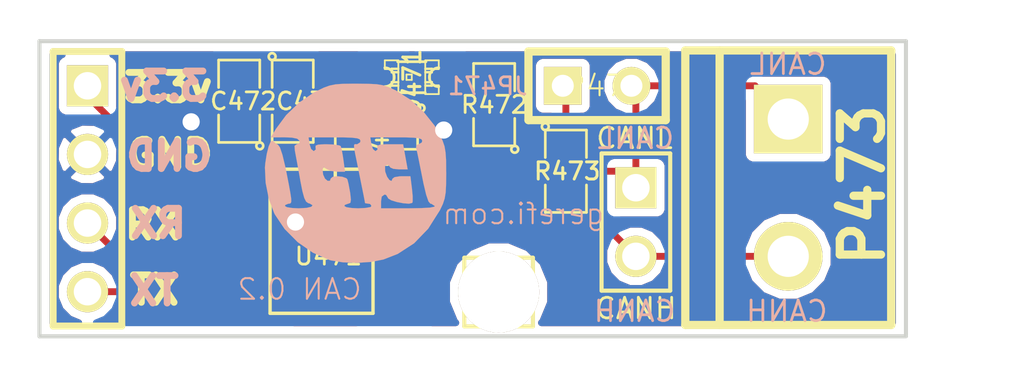
<source format=kicad_pcb>
(kicad_pcb (version 3) (host pcbnew "(2013-07-07 BZR 4022)-stable")

  (general
    (links 20)
    (no_connects 0)
    (area 133.1722 176.3141 171.196001 190.754001)
    (thickness 1.6)
    (drawings 21)
    (tracks 74)
    (zones 0)
    (modules 13)
    (nets 12)
  )

  (page A4)
  (title_block 
    (comment 2 Art_Electro)
    (comment 3 Art_Electro)
    (comment 4 Art_Electro)
  )

  (layers
    (15 F.Cu signal)
    (0 B.Cu signal)
    (16 B.Adhes user)
    (17 F.Adhes user)
    (18 B.Paste user)
    (19 F.Paste user)
    (20 B.SilkS user)
    (21 F.SilkS user)
    (22 B.Mask user)
    (23 F.Mask user)
    (24 Dwgs.User user)
    (25 Cmts.User user)
    (26 Eco1.User user)
    (27 Eco2.User user)
    (28 Edge.Cuts user)
  )

  (setup
    (last_trace_width 0.254)
    (trace_clearance 0.2032)
    (zone_clearance 0.3)
    (zone_45_only no)
    (trace_min 0.254)
    (segment_width 0.2)
    (edge_width 0.15)
    (via_size 0.889)
    (via_drill 0.635)
    (via_min_size 0.889)
    (via_min_drill 0.508)
    (uvia_size 0.508)
    (uvia_drill 0.127)
    (uvias_allowed no)
    (uvia_min_size 0.508)
    (uvia_min_drill 0.127)
    (pcb_text_width 0.3)
    (pcb_text_size 1 1)
    (mod_edge_width 0.15)
    (mod_text_size 1 1)
    (mod_text_width 0.15)
    (pad_size 3 3)
    (pad_drill 3)
    (pad_to_mask_clearance 0)
    (aux_axis_origin 0 0)
    (visible_elements 7FFFFB3F)
    (pcbplotparams
      (layerselection 284983297)
      (usegerberextensions true)
      (excludeedgelayer true)
      (linewidth 0.150000)
      (plotframeref false)
      (viasonmask false)
      (mode 1)
      (useauxorigin false)
      (hpglpennumber 1)
      (hpglpenspeed 20)
      (hpglpendiameter 15)
      (hpglpenoverlay 2)
      (psnegative false)
      (psa4output false)
      (plotreference true)
      (plotvalue false)
      (plotothertext true)
      (plotinvisibletext false)
      (padsonsilk false)
      (subtractmaskfromsilk false)
      (outputformat 1)
      (mirror false)
      (drillshape 0)
      (scaleselection 1)
      (outputdirectory gerber))
  )

  (net 0 "")
  (net 1 /3.3V)
  (net 2 /CANH)
  (net 3 /CANL)
  (net 4 /CAN_RX)
  (net 5 /CAN_TX)
  (net 6 GND)
  (net 7 N-000001)
  (net 8 N-000006)
  (net 9 N-000007)
  (net 10 N-000008)
  (net 11 N-000009)

  (net_class Default "Это класс цепей по умолчанию."
    (clearance 0.2032)
    (trace_width 0.254)
    (via_dia 0.889)
    (via_drill 0.635)
    (uvia_dia 0.508)
    (uvia_drill 0.127)
    (add_net "")
    (add_net /3.3V)
    (add_net /CANH)
    (add_net /CANL)
    (add_net /CAN_RX)
    (add_net /CAN_TX)
    (add_net GND)
    (add_net N-000001)
    (add_net N-000006)
    (add_net N-000007)
    (add_net N-000008)
    (add_net N-000009)
  )

  (module SM0805 (layer F.Cu) (tedit 530CB383) (tstamp 52A5B484)
    (at 144.1196 180.086 270)
    (path /52CAD8F7)
    (attr smd)
    (fp_text reference C471 (at 0 -0.6096 360) (layer F.SilkS)
      (effects (font (size 0.635 0.635) (thickness 0.1016)))
    )
    (fp_text value .1uF (at 0.127 0.889 270) (layer F.SilkS) hide
      (effects (font (size 0.50038 0.50038) (thickness 0.10922)))
    )
    (fp_circle (center -1.651 0.762) (end -1.651 0.635) (layer F.SilkS) (width 0.09906))
    (fp_line (start -0.508 0.762) (end -1.524 0.762) (layer F.SilkS) (width 0.09906))
    (fp_line (start -1.524 0.762) (end -1.524 -0.762) (layer F.SilkS) (width 0.09906))
    (fp_line (start -1.524 -0.762) (end -0.508 -0.762) (layer F.SilkS) (width 0.09906))
    (fp_line (start 0.508 -0.762) (end 1.524 -0.762) (layer F.SilkS) (width 0.09906))
    (fp_line (start 1.524 -0.762) (end 1.524 0.762) (layer F.SilkS) (width 0.09906))
    (fp_line (start 1.524 0.762) (end 0.508 0.762) (layer F.SilkS) (width 0.09906))
    (pad 1 smd rect (at -0.9525 0 270) (size 0.889 1.397)
      (layers F.Cu F.Paste F.Mask)
      (net 6 GND)
    )
    (pad 2 smd rect (at 0.9525 0 270) (size 0.889 1.397)
      (layers F.Cu F.Paste F.Mask)
      (net 1 /3.3V)
    )
    (model smd/chip_cms.wrl
      (at (xyz 0 0 0))
      (scale (xyz 0.1 0.1 0.1))
      (rotate (xyz 0 0 0))
    )
  )

  (module SM0805 (layer F.Cu) (tedit 530CB387) (tstamp 52A5B491)
    (at 142.1384 180.086 90)
    (path /52CAD8F6)
    (attr smd)
    (fp_text reference C472 (at 0 0.1524 180) (layer F.SilkS)
      (effects (font (size 0.635 0.635) (thickness 0.1016)))
    )
    (fp_text value 4.7uF (at -0.127 1.016 90) (layer F.SilkS) hide
      (effects (font (size 0.50038 0.50038) (thickness 0.10922)))
    )
    (fp_circle (center -1.651 0.762) (end -1.651 0.635) (layer F.SilkS) (width 0.09906))
    (fp_line (start -0.508 0.762) (end -1.524 0.762) (layer F.SilkS) (width 0.09906))
    (fp_line (start -1.524 0.762) (end -1.524 -0.762) (layer F.SilkS) (width 0.09906))
    (fp_line (start -1.524 -0.762) (end -0.508 -0.762) (layer F.SilkS) (width 0.09906))
    (fp_line (start 0.508 -0.762) (end 1.524 -0.762) (layer F.SilkS) (width 0.09906))
    (fp_line (start 1.524 -0.762) (end 1.524 0.762) (layer F.SilkS) (width 0.09906))
    (fp_line (start 1.524 0.762) (end 0.508 0.762) (layer F.SilkS) (width 0.09906))
    (pad 1 smd rect (at -0.9525 0 90) (size 0.889 1.397)
      (layers F.Cu F.Paste F.Mask)
      (net 1 /3.3V)
    )
    (pad 2 smd rect (at 0.9525 0 90) (size 0.889 1.397)
      (layers F.Cu F.Paste F.Mask)
      (net 6 GND)
    )
    (model smd/chip_cms.wrl
      (at (xyz 0 0 0))
      (scale (xyz 0.1 0.1 0.1))
      (rotate (xyz 0 0 0))
    )
  )

  (module SM0805 (layer F.Cu) (tedit 5300FDD0) (tstamp 52CAE20D)
    (at 147.2184 181.102 180)
    (path /52CAD8DB)
    (attr smd)
    (fp_text reference R471 (at -0.127 -0.254 270) (layer F.SilkS)
      (effects (font (size 0.635 0.635) (thickness 0.1016)))
    )
    (fp_text value 1k (at 0 -1.143 180) (layer F.SilkS) hide
      (effects (font (size 0.50038 0.50038) (thickness 0.10922)))
    )
    (fp_circle (center -1.651 0.762) (end -1.651 0.635) (layer F.SilkS) (width 0.09906))
    (fp_line (start -0.508 0.762) (end -1.524 0.762) (layer F.SilkS) (width 0.09906))
    (fp_line (start -1.524 0.762) (end -1.524 -0.762) (layer F.SilkS) (width 0.09906))
    (fp_line (start -1.524 -0.762) (end -0.508 -0.762) (layer F.SilkS) (width 0.09906))
    (fp_line (start 0.508 -0.762) (end 1.524 -0.762) (layer F.SilkS) (width 0.09906))
    (fp_line (start 1.524 -0.762) (end 1.524 0.762) (layer F.SilkS) (width 0.09906))
    (fp_line (start 1.524 0.762) (end 0.508 0.762) (layer F.SilkS) (width 0.09906))
    (pad 1 smd rect (at -0.9525 0 180) (size 0.889 1.397)
      (layers F.Cu F.Paste F.Mask)
      (net 8 N-000006)
    )
    (pad 2 smd rect (at 0.9525 0 180) (size 0.889 1.397)
      (layers F.Cu F.Paste F.Mask)
      (net 1 /3.3V)
    )
    (model smd/chip_cms.wrl
      (at (xyz 0 0 0))
      (scale (xyz 0.1 0.1 0.1))
      (rotate (xyz 0 0 0))
    )
  )

  (module SM0805 (layer F.Cu) (tedit 52BF0690) (tstamp 52A5B5C2)
    (at 151.5745 180.213 90)
    (path /52CADB46)
    (attr smd)
    (fp_text reference R472 (at 0 0 180) (layer F.SilkS)
      (effects (font (size 0.635 0.635) (thickness 0.1016)))
    )
    (fp_text value 10k (at 0 0.889 90) (layer F.SilkS) hide
      (effects (font (size 0.50038 0.50038) (thickness 0.10922)))
    )
    (fp_circle (center -1.651 0.762) (end -1.651 0.635) (layer F.SilkS) (width 0.09906))
    (fp_line (start -0.508 0.762) (end -1.524 0.762) (layer F.SilkS) (width 0.09906))
    (fp_line (start -1.524 0.762) (end -1.524 -0.762) (layer F.SilkS) (width 0.09906))
    (fp_line (start -1.524 -0.762) (end -0.508 -0.762) (layer F.SilkS) (width 0.09906))
    (fp_line (start 0.508 -0.762) (end 1.524 -0.762) (layer F.SilkS) (width 0.09906))
    (fp_line (start 1.524 -0.762) (end 1.524 0.762) (layer F.SilkS) (width 0.09906))
    (fp_line (start 1.524 0.762) (end 0.508 0.762) (layer F.SilkS) (width 0.09906))
    (pad 1 smd rect (at -0.9525 0 90) (size 0.889 1.397)
      (layers F.Cu F.Paste F.Mask)
      (net 11 N-000009)
    )
    (pad 2 smd rect (at 0.9525 0 90) (size 0.889 1.397)
      (layers F.Cu F.Paste F.Mask)
      (net 6 GND)
    )
    (model smd/chip_cms.wrl
      (at (xyz 0 0 0))
      (scale (xyz 0.1 0.1 0.1))
      (rotate (xyz 0 0 0))
    )
  )

  (module LOGO_F (layer B.Cu) (tedit 0) (tstamp 52BD6D4F)
    (at 146.4564 182.7784)
    (path /52CADA22)
    (fp_text reference G471 (at 0 -4.14782) (layer B.SilkS) hide
      (effects (font (size 1.524 1.524) (thickness 0.3048)) (justify mirror))
    )
    (fp_text value LOGO (at 0 4.14782) (layer B.SilkS) hide
      (effects (font (size 1.524 1.524) (thickness 0.3048)) (justify mirror))
    )
    (fp_poly (pts (xy 3.34518 -0.04318) (xy 3.3401 0.381) (xy 3.32486 0.68326) (xy 3.28676 0.90932)
      (xy 3.22326 1.1049) (xy 3.12166 1.3208) (xy 3.10896 1.3462) (xy 2.921 1.64084)
      (xy 2.921 1.18618) (xy 2.79654 1.1049) (xy 2.75844 1.09982) (xy 2.68732 1.016)
      (xy 2.60096 0.76708) (xy 2.5019 0.35052) (xy 2.46126 0.14732) (xy 2.38252 -0.24638)
      (xy 2.31394 -0.58928) (xy 2.2606 -0.84074) (xy 2.23266 -0.9525) (xy 2.2479 -1.07696)
      (xy 2.32156 -1.09982) (xy 2.4384 -1.16586) (xy 2.45618 -1.22682) (xy 2.42824 -1.28524)
      (xy 2.33172 -1.3208) (xy 2.13868 -1.34366) (xy 1.82372 -1.35382) (xy 1.49606 -1.35382)
      (xy 0.53594 -1.35382) (xy 0.57404 -1.09982) (xy 0.63246 -0.92202) (xy 0.7239 -0.84836)
      (xy 0.72644 -0.84582) (xy 0.80264 -0.90678) (xy 0.79248 -0.97536) (xy 0.79248 -1.04648)
      (xy 0.889 -1.08458) (xy 1.10744 -1.09982) (xy 1.24714 -1.09982) (xy 1.75006 -1.09982)
      (xy 1.83388 -0.635) (xy 1.9177 -0.17018) (xy 1.59258 -0.17018) (xy 1.38684 -0.1905)
      (xy 1.27508 -0.23876) (xy 1.27 -0.254) (xy 1.20142 -0.3302) (xy 1.15316 -0.33782)
      (xy 1.0795 -0.2921) (xy 1.08204 -0.127) (xy 1.0922 -0.07112) (xy 1.1557 0.1016)
      (xy 1.24206 0.22352) (xy 1.3208 0.25908) (xy 1.35382 0.1778) (xy 1.35382 0.17526)
      (xy 1.43002 0.11684) (xy 1.61544 0.08636) (xy 1.68656 0.08382) (xy 2.0193 0.08382)
      (xy 2.07772 0.55372) (xy 2.10312 0.81788) (xy 2.10312 1.01092) (xy 2.09042 1.06934)
      (xy 1.9685 1.09982) (xy 1.76022 1.08458) (xy 1.52146 1.03886) (xy 1.31318 0.97536)
      (xy 1.1938 0.90424) (xy 1.18618 0.88138) (xy 1.1176 0.7747) (xy 1.05918 0.762)
      (xy 0.95758 0.8382) (xy 0.93218 1.016) (xy 0.93218 1.27) (xy 1.95072 1.27)
      (xy 2.42062 1.26238) (xy 2.74066 1.2446) (xy 2.90322 1.21158) (xy 2.921 1.18618)
      (xy 2.921 1.64084) (xy 2.67716 2.02692) (xy 2.15646 2.5654) (xy 1.5494 2.9591)
      (xy 1.02108 3.16484) (xy 0.59182 3.24866) (xy 0.59182 1.18618) (xy 0.52324 1.10998)
      (xy 0.46482 1.09982) (xy 0.35306 1.08458) (xy 0.33782 1.06934) (xy 0.32258 0.98044)
      (xy 0.2794 0.75692) (xy 0.21336 0.4318) (xy 0.13462 0.04064) (xy 0.127 0)
      (xy 0.03556 -0.44958) (xy -0.02794 -0.75692) (xy -0.06096 -0.94996) (xy -0.06858 -1.0541)
      (xy -0.05334 -1.09728) (xy -0.01524 -1.1049) (xy 0.04318 -1.09982) (xy 0.15494 -1.1684)
      (xy 0.17018 -1.22682) (xy 0.14224 -1.28524) (xy 0.04572 -1.3208) (xy -0.14732 -1.34366)
      (xy -0.46228 -1.35382) (xy -0.78994 -1.35382) (xy -1.75006 -1.35382) (xy -1.71196 -1.09982)
      (xy -1.65354 -0.92202) (xy -1.5621 -0.84836) (xy -1.55956 -0.84582) (xy -1.48336 -0.90678)
      (xy -1.49352 -0.97282) (xy -1.49098 -1.04902) (xy -1.39446 -1.08712) (xy -1.1684 -1.09982)
      (xy -1.07188 -1.09982) (xy -0.80772 -1.08966) (xy -0.61976 -1.05918) (xy -0.56134 -1.03378)
      (xy -0.52578 -0.9144) (xy -0.48514 -0.69088) (xy -0.45974 -0.52578) (xy -0.40132 -0.08382)
      (xy -0.69342 -0.08382) (xy -0.91948 -0.11176) (xy -1.07696 -0.18034) (xy -1.08204 -0.18542)
      (xy -1.1938 -0.254) (xy -1.2319 -0.17018) (xy -1.21158 0.02032) (xy -1.143 0.17018)
      (xy -1.04394 0.254) (xy -0.95758 0.24892) (xy -0.93218 0.17018) (xy -0.86106 0.10668)
      (xy -0.69596 0.08382) (xy -0.50546 0.1016) (xy -0.35306 0.15494) (xy -0.31242 0.20066)
      (xy -0.27432 0.35052) (xy -0.2286 0.59436) (xy -0.20828 0.70866) (xy -0.18288 0.94996)
      (xy -0.20066 1.0668) (xy -0.27686 1.09982) (xy -0.28702 1.09982) (xy -0.4064 1.143)
      (xy -0.42418 1.18618) (xy -0.34544 1.22936) (xy -0.14478 1.25984) (xy 0.08382 1.27)
      (xy 0.3556 1.2573) (xy 0.53848 1.22428) (xy 0.59182 1.18618) (xy 0.59182 3.24866)
      (xy 0.5715 3.25374) (xy 0.0508 3.2893) (xy -0.4699 3.27152) (xy -0.91694 3.2004)
      (xy -0.99314 3.17754) (xy -1.59004 2.91338) (xy -2.15392 2.52222) (xy -2.63652 2.03708)
      (xy -2.99974 1.49606) (xy -3.03022 1.43256) (xy -3.22326 0.90932) (xy -3.3401 0.32258)
      (xy -3.3655 -0.2413) (xy -3.3528 -0.39624) (xy -3.29946 -0.7366) (xy -3.23088 -1.01092)
      (xy -3.15722 -1.18872) (xy -3.0861 -1.23698) (xy -3.06578 -1.21666) (xy -2.93624 -1.10998)
      (xy -2.88544 -1.08712) (xy -2.80924 -0.98298) (xy -2.7178 -0.71374) (xy -2.6162 -0.2921)
      (xy -2.57302 -0.08128) (xy -2.48158 0.38354) (xy -2.42316 0.70612) (xy -2.39268 0.9144)
      (xy -2.39014 1.03124) (xy -2.41554 1.08458) (xy -2.4638 1.09982) (xy -2.49682 1.09982)
      (xy -2.61112 1.14554) (xy -2.62382 1.18618) (xy -2.54762 1.22936) (xy -2.34696 1.25984)
      (xy -2.11582 1.27) (xy -1.8288 1.25476) (xy -1.651 1.21412) (xy -1.60274 1.15824)
      (xy -1.7018 1.09728) (xy -1.76276 1.0795) (xy -1.8415 1.02362) (xy -1.91008 0.88646)
      (xy -1.97866 0.63754) (xy -2.05486 0.25146) (xy -2.06248 0.2032) (xy -2.13106 -0.18288)
      (xy -2.19456 -0.52578) (xy -2.24282 -0.78232) (xy -2.25806 -0.86868) (xy -2.27076 -1.0414)
      (xy -2.19202 -1.09982) (xy -2.1717 -1.10236) (xy -2.07772 -1.15316) (xy -2.08534 -1.22936)
      (xy -2.1717 -1.30556) (xy -2.36728 -1.3462) (xy -2.6416 -1.35636) (xy -3.14706 -1.35382)
      (xy -2.95656 -1.67132) (xy -2.5781 -2.18186) (xy -2.09296 -2.64668) (xy -1.55702 -3.01244)
      (xy -1.44018 -3.0734) (xy -1.18618 -3.19532) (xy -0.97536 -3.27152) (xy -0.75692 -3.31724)
      (xy -0.48514 -3.33756) (xy -0.10668 -3.34264) (xy 0.04064 -3.34264) (xy 0.46482 -3.33756)
      (xy 0.76962 -3.32232) (xy 1.00076 -3.28422) (xy 1.2065 -3.21564) (xy 1.43764 -3.1115)
      (xy 1.47574 -3.09372) (xy 2.00914 -2.7559) (xy 2.50444 -2.30378) (xy 2.91592 -1.78816)
      (xy 3.10134 -1.46812) (xy 3.21056 -1.2319) (xy 3.28168 -1.02616) (xy 3.31978 -0.8001)
      (xy 3.3401 -0.50546) (xy 3.34264 -0.09398) (xy 3.34518 -0.04318) (xy 3.34518 -0.04318)) (layer B.SilkS) (width 0.00254))
  )

  (module PIN_ARRAY_4x1 (layer F.Cu) (tedit 5304DD73) (tstamp 52CAE5B8)
    (at 136.525 183.3245 270)
    (descr "Double rangee de contacts 2 x 5 pins")
    (tags CONN)
    (path /52CADBD0)
    (fp_text reference P471 (at 0.0635 -1.905 360) (layer F.SilkS) hide
      (effects (font (size 0.635 0.635) (thickness 0.1016)))
    )
    (fp_text value CONN_4 (at 0 2.54 270) (layer F.SilkS) hide
      (effects (font (size 1.016 1.016) (thickness 0.2032)))
    )
    (fp_line (start 5.08 1.27) (end -5.08 1.27) (layer F.SilkS) (width 0.254))
    (fp_line (start 5.08 -1.27) (end -5.08 -1.27) (layer F.SilkS) (width 0.254))
    (fp_line (start -5.08 -1.27) (end -5.08 1.27) (layer F.SilkS) (width 0.254))
    (fp_line (start 5.08 1.27) (end 5.08 -1.27) (layer F.SilkS) (width 0.254))
    (pad 1 thru_hole rect (at -3.81 0 270) (size 1.524 1.524) (drill 1.016)
      (layers *.Cu *.Mask F.SilkS)
      (net 1 /3.3V)
    )
    (pad 2 thru_hole circle (at -1.27 0 270) (size 1.524 1.524) (drill 1.016)
      (layers *.Cu *.Mask F.SilkS)
      (net 6 GND)
    )
    (pad 3 thru_hole circle (at 1.27 0 270) (size 1.524 1.524) (drill 1.016)
      (layers *.Cu *.Mask F.SilkS)
      (net 4 /CAN_RX)
    )
    (pad 4 thru_hole circle (at 3.81 0 270) (size 1.524 1.524) (drill 1.016)
      (layers *.Cu *.Mask F.SilkS)
      (net 5 /CAN_TX)
    )
    (model pin_array\pins_array_4x1.wrl
      (at (xyz 0 0 0))
      (scale (xyz 1 1 1))
      (rotate (xyz 0 0 0))
    )
  )

  (module PIN_ARRAY_2_A (layer F.Cu) (tedit 5304DD69) (tstamp 52CAE14B)
    (at 156.8196 184.5564 270)
    (descr "Connecter 2 pins")
    (tags "PIN 2")
    (path /52CADBC1)
    (fp_text reference P472 (at 3.1115 0 360) (layer F.SilkS) hide
      (effects (font (size 0.635 0.635) (thickness 0.1016)))
    )
    (fp_text value CONN_2 (at 0 1.905 270) (layer F.SilkS) hide
      (effects (font (size 0.762 0.762) (thickness 0.1524)))
    )
    (fp_line (start -2.54 1.27) (end -2.54 -1.27) (layer F.SilkS) (width 0.1524))
    (fp_line (start -2.54 -1.27) (end 2.54 -1.27) (layer F.SilkS) (width 0.1524))
    (fp_line (start 2.54 -1.27) (end 2.54 1.27) (layer F.SilkS) (width 0.1524))
    (fp_line (start 2.54 1.27) (end -2.54 1.27) (layer F.SilkS) (width 0.1524))
    (pad 1 thru_hole rect (at -1.27 0 270) (size 1.524 1.524) (drill 1.016)
      (layers *.Cu *.Mask F.SilkS)
      (net 3 /CANL)
    )
    (pad 2 thru_hole circle (at 1.27 0 270) (size 1.524 1.524) (drill 1.016)
      (layers *.Cu *.Mask F.SilkS)
      (net 2 /CANH)
    )
    (model pin_array/pins_array_2x1.wrl
      (at (xyz 0 0 0))
      (scale (xyz 1 1 1))
      (rotate (xyz 0 0 0))
    )
  )

  (module SO8E (layer F.Cu) (tedit 530CB3A0) (tstamp 52CAE154)
    (at 145.1864 185.2676 270)
    (descr "module CMS SOJ 8 pins etroit")
    (tags "CMS SOJ")
    (path /52CD2CA4)
    (attr smd)
    (fp_text reference U471 (at 0.5588 -0.254 360) (layer F.SilkS)
      (effects (font (size 0.635 0.635) (thickness 0.1016)))
    )
    (fp_text value SN65HVD230 (at 0 1.016 270) (layer F.SilkS) hide
      (effects (font (size 0.889 0.889) (thickness 0.1524)))
    )
    (fp_line (start -2.667 1.778) (end -2.667 1.905) (layer F.SilkS) (width 0.127))
    (fp_line (start -2.667 1.905) (end 2.667 1.905) (layer F.SilkS) (width 0.127))
    (fp_line (start 2.667 -1.905) (end -2.667 -1.905) (layer F.SilkS) (width 0.127))
    (fp_line (start -2.667 -1.905) (end -2.667 1.778) (layer F.SilkS) (width 0.127))
    (fp_line (start -2.667 -0.508) (end -2.159 -0.508) (layer F.SilkS) (width 0.127))
    (fp_line (start -2.159 -0.508) (end -2.159 0.508) (layer F.SilkS) (width 0.127))
    (fp_line (start -2.159 0.508) (end -2.667 0.508) (layer F.SilkS) (width 0.127))
    (fp_line (start 2.667 -1.905) (end 2.667 1.905) (layer F.SilkS) (width 0.127))
    (pad 8 smd rect (at -1.905 -2.667 270) (size 0.59944 1.39954)
      (layers F.Cu F.Paste F.Mask)
      (net 11 N-000009)
    )
    (pad 1 smd rect (at -1.905 2.667 270) (size 0.59944 1.39954)
      (layers F.Cu F.Paste F.Mask)
      (net 5 /CAN_TX)
    )
    (pad 7 smd rect (at -0.635 -2.667 270) (size 0.59944 1.39954)
      (layers F.Cu F.Paste F.Mask)
      (net 2 /CANH)
    )
    (pad 6 smd rect (at 0.635 -2.667 270) (size 0.59944 1.39954)
      (layers F.Cu F.Paste F.Mask)
      (net 3 /CANL)
    )
    (pad 5 smd rect (at 1.905 -2.667 270) (size 0.59944 1.39954)
      (layers F.Cu F.Paste F.Mask)
      (net 7 N-000001)
    )
    (pad 2 smd rect (at -0.635 2.667 270) (size 0.59944 1.39954)
      (layers F.Cu F.Paste F.Mask)
      (net 6 GND)
    )
    (pad 3 smd rect (at 0.635 2.667 270) (size 0.59944 1.39954)
      (layers F.Cu F.Paste F.Mask)
      (net 1 /3.3V)
    )
    (pad 4 smd rect (at 1.905 2.667 270) (size 0.59944 1.39954)
      (layers F.Cu F.Paste F.Mask)
      (net 4 /CAN_RX)
    )
    (model smd/cms_so8.wrl
      (at (xyz 0 0 0))
      (scale (xyz 0.5 0.32 0.5))
      (rotate (xyz 0 0 0))
    )
  )

  (module SM0805 (layer F.Cu) (tedit 530CB64E) (tstamp 52CD2EAC)
    (at 154.2288 182.6768 270)
    (path /52CD2DE2)
    (attr smd)
    (fp_text reference R473 (at 0 -0.0508 360) (layer F.SilkS)
      (effects (font (size 0.635 0.635) (thickness 0.10922)))
    )
    (fp_text value 120 (at 0 0.381 270) (layer F.SilkS) hide
      (effects (font (size 0.50038 0.50038) (thickness 0.10922)))
    )
    (fp_circle (center -1.651 0.762) (end -1.651 0.635) (layer F.SilkS) (width 0.09906))
    (fp_line (start -0.508 0.762) (end -1.524 0.762) (layer F.SilkS) (width 0.09906))
    (fp_line (start -1.524 0.762) (end -1.524 -0.762) (layer F.SilkS) (width 0.09906))
    (fp_line (start -1.524 -0.762) (end -0.508 -0.762) (layer F.SilkS) (width 0.09906))
    (fp_line (start 0.508 -0.762) (end 1.524 -0.762) (layer F.SilkS) (width 0.09906))
    (fp_line (start 1.524 -0.762) (end 1.524 0.762) (layer F.SilkS) (width 0.09906))
    (fp_line (start 1.524 0.762) (end 0.508 0.762) (layer F.SilkS) (width 0.09906))
    (pad 1 smd rect (at -0.9525 0 270) (size 0.889 1.397)
      (layers F.Cu F.Paste F.Mask)
      (net 10 N-000008)
    )
    (pad 2 smd rect (at 0.9525 0 270) (size 0.889 1.397)
      (layers F.Cu F.Paste F.Mask)
      (net 2 /CANH)
    )
    (model smd/chip_cms.wrl
      (at (xyz 0 0 0))
      (scale (xyz 0.1 0.1 0.1))
      (rotate (xyz 0 0 0))
    )
  )

  (module PIN_ARRAY_1 (layer F.Cu) (tedit 52E4A9A9) (tstamp 53060B4C)
    (at 151.7396 187.1472)
    (descr "1 pin")
    (tags "CONN DEV")
    (path /52E4A9A2)
    (fp_text reference M471 (at 0 -1.905) (layer F.SilkS) hide
      (effects (font (size 0.762 0.762) (thickness 0.1524)))
    )
    (fp_text value CONN_1 (at 0 -1.905) (layer F.SilkS) hide
      (effects (font (size 0.762 0.762) (thickness 0.1524)))
    )
    (fp_line (start 1.27 1.27) (end -1.27 1.27) (layer F.SilkS) (width 0.1524))
    (fp_line (start -1.27 -1.27) (end 1.27 -1.27) (layer F.SilkS) (width 0.1524))
    (fp_line (start -1.27 1.27) (end -1.27 -1.27) (layer F.SilkS) (width 0.1524))
    (fp_line (start 1.27 -1.27) (end 1.27 1.27) (layer F.SilkS) (width 0.1524))
    (pad 1 thru_hole circle (at 0 0) (size 3 3) (drill 3)
      (layers *.Cu *.Mask F.SilkS)
      (net 9 N-000007)
    )
  )

  (module LED-0805_A (layer F.Cu) (tedit 530CB27B) (tstamp 5306062D)
    (at 148.5265 179.197 180)
    (descr "LED 0805 smd")
    (tags "LED 0805 SMD")
    (path /53060316)
    (attr smd)
    (fp_text reference D471 (at -0.0127 -0.1778 270) (layer F.SilkS)
      (effects (font (size 0.635 0.635) (thickness 0.10922)))
    )
    (fp_text value RED (at 0 1.27 180) (layer F.SilkS) hide
      (effects (font (size 0.50038 0.50038) (thickness 0.10922)))
    )
    (fp_line (start 0.49784 0.29972) (end 0.49784 0.62484) (layer F.SilkS) (width 0.06604))
    (fp_line (start 0.49784 0.62484) (end 0.99822 0.62484) (layer F.SilkS) (width 0.06604))
    (fp_line (start 0.99822 0.29972) (end 0.99822 0.62484) (layer F.SilkS) (width 0.06604))
    (fp_line (start 0.49784 0.29972) (end 0.99822 0.29972) (layer F.SilkS) (width 0.06604))
    (fp_line (start 0.49784 -0.32258) (end 0.49784 -0.17272) (layer F.SilkS) (width 0.06604))
    (fp_line (start 0.49784 -0.17272) (end 0.7493 -0.17272) (layer F.SilkS) (width 0.06604))
    (fp_line (start 0.7493 -0.32258) (end 0.7493 -0.17272) (layer F.SilkS) (width 0.06604))
    (fp_line (start 0.49784 -0.32258) (end 0.7493 -0.32258) (layer F.SilkS) (width 0.06604))
    (fp_line (start 0.49784 0.17272) (end 0.49784 0.32258) (layer F.SilkS) (width 0.06604))
    (fp_line (start 0.49784 0.32258) (end 0.7493 0.32258) (layer F.SilkS) (width 0.06604))
    (fp_line (start 0.7493 0.17272) (end 0.7493 0.32258) (layer F.SilkS) (width 0.06604))
    (fp_line (start 0.49784 0.17272) (end 0.7493 0.17272) (layer F.SilkS) (width 0.06604))
    (fp_line (start 0.49784 -0.19812) (end 0.49784 0.19812) (layer F.SilkS) (width 0.06604))
    (fp_line (start 0.49784 0.19812) (end 0.6731 0.19812) (layer F.SilkS) (width 0.06604))
    (fp_line (start 0.6731 -0.19812) (end 0.6731 0.19812) (layer F.SilkS) (width 0.06604))
    (fp_line (start 0.49784 -0.19812) (end 0.6731 -0.19812) (layer F.SilkS) (width 0.06604))
    (fp_line (start -0.99822 0.29972) (end -0.99822 0.62484) (layer F.SilkS) (width 0.06604))
    (fp_line (start -0.99822 0.62484) (end -0.49784 0.62484) (layer F.SilkS) (width 0.06604))
    (fp_line (start -0.49784 0.29972) (end -0.49784 0.62484) (layer F.SilkS) (width 0.06604))
    (fp_line (start -0.99822 0.29972) (end -0.49784 0.29972) (layer F.SilkS) (width 0.06604))
    (fp_line (start -0.99822 -0.62484) (end -0.99822 -0.29972) (layer F.SilkS) (width 0.06604))
    (fp_line (start -0.99822 -0.29972) (end -0.49784 -0.29972) (layer F.SilkS) (width 0.06604))
    (fp_line (start -0.49784 -0.62484) (end -0.49784 -0.29972) (layer F.SilkS) (width 0.06604))
    (fp_line (start -0.99822 -0.62484) (end -0.49784 -0.62484) (layer F.SilkS) (width 0.06604))
    (fp_line (start -0.7493 0.17272) (end -0.7493 0.32258) (layer F.SilkS) (width 0.06604))
    (fp_line (start -0.7493 0.32258) (end -0.49784 0.32258) (layer F.SilkS) (width 0.06604))
    (fp_line (start -0.49784 0.17272) (end -0.49784 0.32258) (layer F.SilkS) (width 0.06604))
    (fp_line (start -0.7493 0.17272) (end -0.49784 0.17272) (layer F.SilkS) (width 0.06604))
    (fp_line (start -0.7493 -0.32258) (end -0.7493 -0.17272) (layer F.SilkS) (width 0.06604))
    (fp_line (start -0.7493 -0.17272) (end -0.49784 -0.17272) (layer F.SilkS) (width 0.06604))
    (fp_line (start -0.49784 -0.32258) (end -0.49784 -0.17272) (layer F.SilkS) (width 0.06604))
    (fp_line (start -0.7493 -0.32258) (end -0.49784 -0.32258) (layer F.SilkS) (width 0.06604))
    (fp_line (start -0.6731 -0.19812) (end -0.6731 0.19812) (layer F.SilkS) (width 0.06604))
    (fp_line (start -0.6731 0.19812) (end -0.49784 0.19812) (layer F.SilkS) (width 0.06604))
    (fp_line (start -0.49784 -0.19812) (end -0.49784 0.19812) (layer F.SilkS) (width 0.06604))
    (fp_line (start -0.6731 -0.19812) (end -0.49784 -0.19812) (layer F.SilkS) (width 0.06604))
    (fp_line (start 0 -0.09906) (end 0 0.09906) (layer F.SilkS) (width 0.06604))
    (fp_line (start 0 0.09906) (end 0.19812 0.09906) (layer F.SilkS) (width 0.06604))
    (fp_line (start 0.19812 -0.09906) (end 0.19812 0.09906) (layer F.SilkS) (width 0.06604))
    (fp_line (start 0 -0.09906) (end 0.19812 -0.09906) (layer F.SilkS) (width 0.06604))
    (fp_line (start 0.49784 -0.59944) (end 0.49784 -0.29972) (layer F.SilkS) (width 0.06604))
    (fp_line (start 0.49784 -0.29972) (end 0.79756 -0.29972) (layer F.SilkS) (width 0.06604))
    (fp_line (start 0.79756 -0.59944) (end 0.79756 -0.29972) (layer F.SilkS) (width 0.06604))
    (fp_line (start 0.49784 -0.59944) (end 0.79756 -0.59944) (layer F.SilkS) (width 0.06604))
    (fp_line (start 0.92456 -0.62484) (end 0.92456 -0.39878) (layer F.SilkS) (width 0.06604))
    (fp_line (start 0.92456 -0.39878) (end 0.99822 -0.39878) (layer F.SilkS) (width 0.06604))
    (fp_line (start 0.99822 -0.62484) (end 0.99822 -0.39878) (layer F.SilkS) (width 0.06604))
    (fp_line (start 0.92456 -0.62484) (end 0.99822 -0.62484) (layer F.SilkS) (width 0.06604))
    (fp_line (start 0.52324 0.57404) (end -0.52324 0.57404) (layer F.SilkS) (width 0.1016))
    (fp_line (start -0.49784 -0.57404) (end 0.92456 -0.57404) (layer F.SilkS) (width 0.1016))
    (fp_circle (center 0.84836 -0.44958) (end 0.89916 -0.50038) (layer F.SilkS) (width 0.0508))
    (fp_arc (start 0.99822 0) (end 0.99822 0.34798) (angle 180) (layer F.SilkS) (width 0.1016))
    (fp_arc (start -0.99822 0) (end -0.99822 -0.34798) (angle 180) (layer F.SilkS) (width 0.1016))
    (pad 1 smd rect (at -1.04902 0 180) (size 1.19888 1.19888)
      (layers F.Cu F.Paste F.Mask)
      (net 8 N-000006)
    )
    (pad 2 smd rect (at 1.04902 0 180) (size 1.19888 1.19888)
      (layers F.Cu F.Paste F.Mask)
      (net 6 GND)
    )
    (model ../gerefi_lib/3d/LED_0805.wrl
      (at (xyz 0 0 0))
      (scale (xyz 1 1 1))
      (rotate (xyz 0 0 0))
    )
  )

  (module JUMPER-2 (layer F.Cu) (tedit 52F777F3) (tstamp 530606B5)
    (at 155.3845 179.5145)
    (descr "Jumper 2 pins")
    (tags JUMPER)
    (path /52CD2DEF)
    (fp_text reference JP471 (at 0 0) (layer F.SilkS)
      (effects (font (size 0.762 0.762) (thickness 0.0762)))
    )
    (fp_text value JUMPER (at 0 -2.54) (layer F.SilkS) hide
      (effects (font (size 0.762 0.762) (thickness 0.1524)))
    )
    (fp_line (start -2.54 1.27) (end -2.54 -1.27) (layer F.SilkS) (width 0.3048))
    (fp_line (start -2.54 -1.27) (end 2.54 -1.27) (layer F.SilkS) (width 0.3048))
    (fp_line (start 2.54 -1.27) (end 2.54 1.27) (layer F.SilkS) (width 0.3048))
    (fp_line (start 2.54 1.27) (end -2.54 1.27) (layer F.SilkS) (width 0.3048))
    (pad 1 thru_hole rect (at -1.27 0) (size 1.397 1.397) (drill 0.8128)
      (layers *.Cu *.Mask F.SilkS)
      (net 10 N-000008)
    )
    (pad 2 thru_hole circle (at 1.27 0) (size 1.397 1.397) (drill 0.8128)
      (layers *.Cu *.Mask F.SilkS)
      (net 3 /CANL)
    )
    (model ../gerefi_lib/3d/jumper-2.wrl
      (at (xyz 0 0 0))
      (scale (xyz 1 1 1))
      (rotate (xyz 0 0 0))
    )
  )

  (module bornier2 (layer F.Cu) (tedit 530CB22F) (tstamp 530CB2BE)
    (at 162.4584 183.2864 270)
    (descr "Bornier d'alimentation 2 pins")
    (tags DEV)
    (path /5300FF05)
    (fp_text reference P473 (at -0.1016 -2.7432 270) (layer F.SilkS)
      (effects (font (size 1.524 1.524) (thickness 0.3048)))
    )
    (fp_text value CONN_2 (at 0 5.08 270) (layer F.SilkS) hide
      (effects (font (size 1.524 1.524) (thickness 0.3048)))
    )
    (fp_line (start 5.08 2.54) (end -5.08 2.54) (layer F.SilkS) (width 0.3048))
    (fp_line (start 5.08 3.81) (end 5.08 -3.81) (layer F.SilkS) (width 0.3048))
    (fp_line (start 5.08 -3.81) (end -5.08 -3.81) (layer F.SilkS) (width 0.3048))
    (fp_line (start -5.08 -3.81) (end -5.08 3.81) (layer F.SilkS) (width 0.3048))
    (fp_line (start -5.08 3.81) (end 5.08 3.81) (layer F.SilkS) (width 0.3048))
    (pad 1 thru_hole rect (at -2.54 0 270) (size 2.54 2.54) (drill 1.524)
      (layers *.Cu *.Mask F.SilkS)
      (net 3 /CANL)
    )
    (pad 2 thru_hole circle (at 2.54 0 270) (size 2.54 2.54) (drill 1.524)
      (layers *.Cu *.Mask F.SilkS)
      (net 2 /CANH)
    )
    (model device/bornier_2.wrl
      (at (xyz 0 0 0))
      (scale (xyz 1 1 1))
      (rotate (xyz 0 0 0))
    )
  )

  (gr_text JP471 (at 151.3332 179.5272) (layer B.SilkS)
    (effects (font (size 0.635 0.635) (thickness 0.1016)) (justify mirror))
  )
  (gr_text CANH (at 162.4076 187.8584) (layer B.SilkS)
    (effects (font (size 0.762 0.762) (thickness 0.1016)) (justify mirror))
  )
  (gr_text CANL (at 162.4584 178.7144) (layer B.SilkS)
    (effects (font (size 0.762 0.762) (thickness 0.1016)) (justify mirror))
  )
  (gr_text gerefi.com (at 152.654 184.2516) (layer B.SilkS)
    (effects (font (size 0.762 0.762) (thickness 0.075)) (justify mirror))
  )
  (gr_text CANL (at 156.8196 181.4576) (layer B.SilkS)
    (effects (font (size 0.762 0.762) (thickness 0.1016)) (justify mirror))
  )
  (gr_text CANH (at 156.7688 187.8584) (layer B.SilkS)
    (effects (font (size 0.762 0.762) (thickness 0.1016)) (justify mirror))
  )
  (gr_text TX (at 138.9888 187.0964) (layer B.SilkS) (tstamp 53060768)
    (effects (font (size 1.016 1.016) (thickness 0.254)) (justify mirror))
  )
  (gr_text RX (at 139.1412 184.6072) (layer B.SilkS) (tstamp 53060767)
    (effects (font (size 1.016 1.016) (thickness 0.254)) (justify mirror))
  )
  (gr_text GND (at 139.5476 182.118) (layer B.SilkS) (tstamp 53060766)
    (effects (font (size 1.016 1.016) (thickness 0.254)) (justify mirror))
  )
  (gr_text 3.3v (at 139.3444 179.5272) (layer B.SilkS) (tstamp 53060765)
    (effects (font (size 1.016 1.016) (thickness 0.254)) (justify mirror))
  )
  (gr_text 3.3v (at 139.5095 179.578) (layer F.SilkS)
    (effects (font (size 1.016 1.016) (thickness 0.254)))
  )
  (gr_text GND (at 139.573 182.0545) (layer F.SilkS)
    (effects (font (size 1.016 1.016) (thickness 0.254)))
  )
  (gr_text RX (at 138.938 184.658) (layer F.SilkS)
    (effects (font (size 1.016 1.016) (thickness 0.254)))
  )
  (gr_text TX (at 139.0015 187.071) (layer F.SilkS)
    (effects (font (size 1.016 1.016) (thickness 0.254)))
  )
  (gr_text "CAN 0.2" (at 144.3736 187.0456) (layer B.SilkS)
    (effects (font (size 0.762 0.762) (thickness 0.075)) (justify mirror))
  )
  (gr_text CANL (at 156.7688 181.4576) (layer F.SilkS)
    (effects (font (size 0.762 0.762) (thickness 0.1016)))
  )
  (gr_text CANH (at 156.8196 187.7568) (layer F.SilkS)
    (effects (font (size 0.762 0.762) (thickness 0.1016)))
  )
  (gr_line (start 166.8145 188.722) (end 166.8145 177.8635) (angle 90) (layer Edge.Cuts) (width 0.15))
  (gr_line (start 134.747 188.7855) (end 166.8145 188.7855) (angle 90) (layer Edge.Cuts) (width 0.15))
  (gr_line (start 166.8145 177.8635) (end 134.747 177.8635) (angle 90) (layer Edge.Cuts) (width 0.15))
  (gr_line (start 134.747 177.8635) (end 134.747 188.7855) (angle 90) (layer Edge.Cuts) (width 0.15))

  (segment (start 146.2659 181.102) (end 144.1831 181.102) (width 0.254) (layer F.Cu) (net 1))
  (segment (start 144.1831 181.102) (end 144.1196 181.0385) (width 0.254) (layer F.Cu) (net 1) (tstamp 53060B7E))
  (segment (start 142.1384 181.0385) (end 144.1196 181.0385) (width 0.254) (layer F.Cu) (net 1))
  (segment (start 141.1732 182.118) (end 141.1732 182.0037) (width 0.254) (layer F.Cu) (net 1))
  (segment (start 141.1732 182.0037) (end 142.1384 181.0385) (width 0.254) (layer F.Cu) (net 1) (tstamp 530609E7))
  (segment (start 142.5194 185.9026) (end 141.605 185.9026) (width 0.254) (layer F.Cu) (net 1))
  (segment (start 141.1732 185.4708) (end 141.1732 182.118) (width 0.254) (layer F.Cu) (net 1) (tstamp 53060857))
  (segment (start 141.605 185.9026) (end 141.1732 185.4708) (width 0.254) (layer F.Cu) (net 1) (tstamp 53060853))
  (segment (start 136.525 179.5145) (end 136.525 179.8955) (width 0.254) (layer F.Cu) (net 1))
  (segment (start 138.7475 182.118) (end 141.1732 182.118) (width 0.254) (layer F.Cu) (net 1) (tstamp 52CAE728))
  (segment (start 136.525 179.8955) (end 138.7475 182.118) (width 0.254) (layer F.Cu) (net 1) (tstamp 52CAE727))
  (segment (start 149.7076 185.1152) (end 149.7076 184.912002) (width 0.254) (layer F.Cu) (net 2))
  (segment (start 149.098 186.1312) (end 149.7076 185.5216) (width 0.254) (layer F.Cu) (net 2) (tstamp 53060A19))
  (segment (start 149.7076 185.5216) (end 149.7076 185.1152) (width 0.254) (layer F.Cu) (net 2) (tstamp 53060A1E))
  (segment (start 147.8534 184.6326) (end 146.9898 184.6326) (width 0.254) (layer F.Cu) (net 2) (tstamp 530607FA))
  (segment (start 146.558 185.0644) (end 146.9898 184.6326) (width 0.254) (layer F.Cu) (net 2) (tstamp 530607F9))
  (segment (start 146.558 187.6044) (end 146.558 185.0644) (width 0.254) (layer F.Cu) (net 2) (tstamp 530607F7))
  (segment (start 146.812 187.8584) (end 146.558 187.6044) (width 0.254) (layer F.Cu) (net 2) (tstamp 530607F5))
  (segment (start 148.9456 187.8584) (end 146.812 187.8584) (width 0.254) (layer F.Cu) (net 2) (tstamp 530607EF))
  (segment (start 149.098 187.706) (end 148.9456 187.8584) (width 0.254) (layer F.Cu) (net 2) (tstamp 530607ED))
  (segment (start 149.098 187.706) (end 149.098 186.1312) (width 0.254) (layer F.Cu) (net 2))
  (segment (start 153.7843 183.1848) (end 154.2288 183.6293) (width 0.254) (layer F.Cu) (net 2) (tstamp 530CB4D9))
  (segment (start 151.434802 183.1848) (end 153.7843 183.1848) (width 0.254) (layer F.Cu) (net 2) (tstamp 530CB4D3))
  (segment (start 149.7076 184.912002) (end 151.434802 183.1848) (width 0.254) (layer F.Cu) (net 2) (tstamp 530CB4C8))
  (segment (start 154.2288 183.6293) (end 154.6225 183.6293) (width 0.254) (layer F.Cu) (net 2))
  (segment (start 154.6225 183.6293) (end 156.8196 185.8264) (width 0.254) (layer F.Cu) (net 2) (tstamp 530CB4C1))
  (segment (start 156.8196 185.8264) (end 162.4076 185.8264) (width 0.254) (layer F.Cu) (net 2))
  (segment (start 162.4076 185.8264) (end 162.433 185.801) (width 0.254) (layer F.Cu) (net 2) (tstamp 53060AEB))
  (segment (start 147.8534 185.9026) (end 148.463 185.9026) (width 0.254) (layer F.Cu) (net 3))
  (segment (start 156.21 182.6768) (end 156.8196 183.2864) (width 0.254) (layer F.Cu) (net 3) (tstamp 530CB49F))
  (segment (start 151.2824 182.6768) (end 156.21 182.6768) (width 0.254) (layer F.Cu) (net 3) (tstamp 530CB499))
  (segment (start 149.1488 184.8104) (end 151.2824 182.6768) (width 0.254) (layer F.Cu) (net 3) (tstamp 530CB492))
  (segment (start 149.1488 185.2168) (end 149.1488 184.8104) (width 0.254) (layer F.Cu) (net 3) (tstamp 530CB48E))
  (segment (start 148.463 185.9026) (end 149.1488 185.2168) (width 0.254) (layer F.Cu) (net 3) (tstamp 530CB488))
  (segment (start 156.6545 179.5145) (end 161.2265 179.5145) (width 0.254) (layer F.Cu) (net 3))
  (segment (start 161.2265 179.5145) (end 162.433 180.721) (width 0.254) (layer F.Cu) (net 3) (tstamp 53060B05))
  (segment (start 156.8196 183.2864) (end 156.8196 179.6796) (width 0.254) (layer F.Cu) (net 3))
  (segment (start 156.8196 179.6796) (end 156.6545 179.5145) (width 0.254) (layer F.Cu) (net 3) (tstamp 53060B02))
  (segment (start 142.5194 187.1726) (end 139.1031 187.1726) (width 0.254) (layer F.Cu) (net 4))
  (segment (start 139.1031 187.1726) (end 136.525 184.5945) (width 0.254) (layer F.Cu) (net 4) (tstamp 5306087C))
  (segment (start 136.525 187.1345) (end 138.2649 187.1345) (width 0.254) (layer F.Cu) (net 5))
  (segment (start 144.7038 183.3626) (end 142.5194 183.3626) (width 0.254) (layer F.Cu) (net 5) (tstamp 530608E3))
  (segment (start 145.034 183.6928) (end 144.7038 183.3626) (width 0.254) (layer F.Cu) (net 5) (tstamp 530608E2))
  (segment (start 145.034 186.6392) (end 145.034 183.6928) (width 0.254) (layer F.Cu) (net 5) (tstamp 530608DF))
  (segment (start 143.7132 187.96) (end 145.034 186.6392) (width 0.254) (layer F.Cu) (net 5) (tstamp 530608DA))
  (segment (start 139.0904 187.96) (end 143.7132 187.96) (width 0.254) (layer F.Cu) (net 5) (tstamp 530608D7))
  (segment (start 138.2649 187.1345) (end 139.0904 187.96) (width 0.254) (layer F.Cu) (net 5) (tstamp 530608D3))
  (segment (start 151.5745 179.2605) (end 151.5745 179.2859) (width 0.254) (layer F.Cu) (net 6))
  (via (at 149.7076 181.1528) (size 0.889) (layers F.Cu B.Cu) (net 6))
  (segment (start 151.5745 179.2859) (end 149.7076 181.1528) (width 0.254) (layer F.Cu) (net 6) (tstamp 53060B95))
  (segment (start 142.1384 179.1335) (end 142.0749 179.1335) (width 0.254) (layer F.Cu) (net 6))
  (via (at 140.3604 180.848) (size 0.889) (layers F.Cu B.Cu) (net 6))
  (segment (start 142.0749 179.1335) (end 140.3604 180.848) (width 0.254) (layer F.Cu) (net 6) (tstamp 53060A3A))
  (segment (start 142.5194 184.6326) (end 144.145 184.6326) (width 0.254) (layer F.Cu) (net 6))
  (via (at 144.2212 184.5564) (size 0.889) (layers F.Cu B.Cu) (net 6))
  (segment (start 144.145 184.6326) (end 144.2212 184.5564) (width 0.254) (layer F.Cu) (net 6) (tstamp 530608A6))
  (segment (start 143.4465 179.07) (end 143.383 179.07) (width 0.254) (layer F.Cu) (net 6) (tstamp 52CAE730) (status 80000))
  (segment (start 143.383 179.07) (end 145.3515 179.07) (width 0.254) (layer F.Cu) (net 6) (status 80000))
  (segment (start 145.3515 179.07) (end 145.4785 179.197) (width 0.254) (layer F.Cu) (net 6) (status 80000))
  (segment (start 145.4785 179.197) (end 145.4785 179.1335) (width 0.254) (layer F.Cu) (net 6) (tstamp 52CAE72F) (status 80000))
  (segment (start 145.4785 179.1335) (end 145.4785 179.197) (width 0.254) (layer F.Cu) (net 6) (status 80000))
  (segment (start 145.4785 179.197) (end 147.41398 179.197) (width 0.254) (layer F.Cu) (net 6) (status 80000))
  (segment (start 148.1709 181.102) (end 148.1709 180.60162) (width 0.254) (layer F.Cu) (net 8))
  (segment (start 148.1709 180.60162) (end 149.57552 179.197) (width 0.254) (layer F.Cu) (net 8) (tstamp 53060B7A))
  (segment (start 154.2288 181.7243) (end 154.2288 179.6288) (width 0.254) (layer F.Cu) (net 10))
  (segment (start 154.2288 179.6288) (end 154.1145 179.5145) (width 0.254) (layer F.Cu) (net 10) (tstamp 530CB61F))
  (segment (start 154.051 179.5145) (end 154.1145 179.5145) (width 0.254) (layer F.Cu) (net 10))
  (segment (start 148.9456 183.261) (end 147.955 183.261) (width 0.254) (layer F.Cu) (net 11))
  (segment (start 147.955 183.261) (end 147.8534 183.3626) (width 0.254) (layer F.Cu) (net 11) (tstamp 530607DD))
  (segment (start 148.9075 183.261) (end 148.9456 183.261) (width 0.254) (layer F.Cu) (net 11) (status 10))
  (segment (start 148.9456 183.261) (end 149.987 183.261) (width 0.254) (layer F.Cu) (net 11) (tstamp 530607DB) (status 10))
  (segment (start 152.0825 181.1655) (end 152.0825 181.1655) (width 0.254) (layer F.Cu) (net 11) (tstamp 52CAED7E))
  (segment (start 149.987 183.261) (end 152.0825 181.1655) (width 0.254) (layer F.Cu) (net 11) (tstamp 52CAED7A))
  (segment (start 151.5745 181.229) (end 151.511 181.229) (width 0.254) (layer F.Cu) (net 11) (tstamp 52CAE731) (status 80000))

  (zone (net 6) (net_name GND) (layer F.Cu) (tstamp 52CAE7CC) (hatch edge 0.508)
    (connect_pads (clearance 0.3))
    (min_thickness 0.25)
    (fill (arc_segments 16) (thermal_gap 0.3) (thermal_bridge_width 0.3))
    (polygon
      (pts
        (xy 134.1755 177.165) (xy 134.1755 189.5475) (xy 170.6245 189.992) (xy 170.18 176.911)
      )
    )
    (filled_polygon
      (pts
        (xy 141.553869 186.53766) (xy 141.470785 186.6206) (xy 139.331746 186.6206) (xy 137.662206 184.95106) (xy 137.711793 184.831645)
        (xy 137.712205 184.359427) (xy 137.531876 183.922997) (xy 137.28777 183.678465) (xy 137.28777 182.852626) (xy 136.525 182.089855)
        (xy 136.489645 182.12521) (xy 136.489645 182.0545) (xy 135.726874 181.29173) (xy 135.531399 181.363508) (xy 135.342601 181.796342)
        (xy 135.333812 182.268478) (xy 135.506372 182.708038) (xy 135.531399 182.745492) (xy 135.726874 182.81727) (xy 136.489645 182.0545)
        (xy 136.489645 182.12521) (xy 135.76223 182.852626) (xy 135.834008 183.048101) (xy 136.266842 183.236899) (xy 136.738978 183.245688)
        (xy 137.178538 183.073128) (xy 137.215992 183.048101) (xy 137.28777 182.852626) (xy 137.28777 183.678465) (xy 137.198259 183.588798)
        (xy 136.762145 183.407707) (xy 136.289927 183.407295) (xy 135.853497 183.587624) (xy 135.519298 183.921241) (xy 135.338207 184.357355)
        (xy 135.337795 184.829573) (xy 135.518124 185.266003) (xy 135.851741 185.600202) (xy 136.287855 185.781293) (xy 136.760073 185.781705)
        (xy 136.881419 185.731565) (xy 137.732353 186.5825) (xy 137.581253 186.5825) (xy 137.531876 186.462997) (xy 137.198259 186.128798)
        (xy 136.762145 185.947707) (xy 136.289927 185.947295) (xy 135.853497 186.127624) (xy 135.519298 186.461241) (xy 135.338207 186.897355)
        (xy 135.337795 187.369573) (xy 135.518124 187.806003) (xy 135.851741 188.140202) (xy 136.201656 188.2855) (xy 135.247 188.2855)
        (xy 135.247 178.3635) (xy 135.591529 178.3635) (xy 135.522571 178.391993) (xy 135.402913 178.511443) (xy 135.338074 178.667592)
        (xy 135.337927 178.836667) (xy 135.337927 180.360667) (xy 135.402493 180.516929) (xy 135.521943 180.636587) (xy 135.678092 180.701426)
        (xy 135.847167 180.701573) (xy 136.550427 180.701573) (xy 136.719775 180.870921) (xy 136.311022 180.863312) (xy 135.871462 181.035872)
        (xy 135.834008 181.060899) (xy 135.76223 181.256374) (xy 136.525 182.019145) (xy 136.539142 182.005002) (xy 136.574497 182.040357)
        (xy 136.560355 182.0545) (xy 137.323126 182.81727) (xy 137.518601 182.745492) (xy 137.707399 182.312658) (xy 137.715698 181.866843)
        (xy 138.357174 182.508319) (xy 138.357177 182.508323) (xy 138.536258 182.627981) (xy 138.536259 182.627982) (xy 138.7475 182.67)
        (xy 140.6212 182.67) (xy 140.6212 185.4708) (xy 140.663218 185.682042) (xy 140.782877 185.861123) (xy 141.214677 186.292923)
        (xy 141.393758 186.412581) (xy 141.393759 186.412582) (xy 141.451395 186.424046) (xy 141.459123 186.442749) (xy 141.553869 186.53766)
      )
    )
    (filled_polygon
      (pts
        (xy 144.482 186.410554) (xy 143.644243 187.248311) (xy 143.644243 186.788713) (xy 143.579677 186.632451) (xy 143.48493 186.537539)
        (xy 143.579257 186.443377) (xy 143.644096 186.287228) (xy 143.644243 186.118153) (xy 143.644243 185.518713) (xy 143.579677 185.362451)
        (xy 143.48499 185.2676) (xy 143.579677 185.172749) (xy 143.644243 185.016487) (xy 143.64417 184.76385) (xy 143.53792 184.6576)
        (xy 142.5444 184.6576) (xy 142.5444 184.6776) (xy 142.4944 184.6776) (xy 142.4944 184.6576) (xy 142.4744 184.6576)
        (xy 142.4744 184.6076) (xy 142.4944 184.6076) (xy 142.4944 184.5876) (xy 142.5444 184.5876) (xy 142.5444 184.6076)
        (xy 143.53792 184.6076) (xy 143.64417 184.50135) (xy 143.644243 184.248713) (xy 143.579677 184.092451) (xy 143.48493 183.997539)
        (xy 143.568014 183.9146) (xy 144.475154 183.9146) (xy 144.482 183.921446) (xy 144.482 186.410554)
      )
    )
    (filled_polygon
      (pts
        (xy 148.613087 178.3635) (xy 148.551154 178.512652) (xy 148.551007 178.681727) (xy 148.551007 179.440867) (xy 148.50195 179.489923)
        (xy 148.50192 179.32825) (xy 148.39567 179.222) (xy 147.50248 179.222) (xy 147.50248 179.242) (xy 147.45248 179.242)
        (xy 147.45248 179.222) (xy 146.55929 179.222) (xy 146.45304 179.32825) (xy 146.452967 179.712273) (xy 146.453114 179.881348)
        (xy 146.493424 179.978427) (xy 145.737233 179.978427) (xy 145.580971 180.042993) (xy 145.461313 180.162443) (xy 145.396474 180.318592)
        (xy 145.396327 180.487667) (xy 145.396327 180.55) (xy 145.243173 180.55) (xy 145.243173 180.509833) (xy 145.243173 179.662167)
        (xy 145.2431 179.26475) (xy 145.13685 179.1585) (xy 144.1446 179.1585) (xy 144.1446 179.89675) (xy 144.25085 180.003)
        (xy 144.733933 180.003073) (xy 144.903008 180.002926) (xy 145.059157 179.938087) (xy 145.178607 179.818429) (xy 145.243173 179.662167)
        (xy 145.243173 180.509833) (xy 145.178607 180.353571) (xy 145.059157 180.233913) (xy 144.903008 180.169074) (xy 144.733933 180.168927)
        (xy 144.0946 180.168927) (xy 144.0946 179.89675) (xy 144.0946 179.1585) (xy 143.15565 179.1585) (xy 143.10235 179.1585)
        (xy 142.1634 179.1585) (xy 142.1634 179.89675) (xy 142.26965 180.003) (xy 142.752733 180.003073) (xy 142.921808 180.002926)
        (xy 143.077957 179.938087) (xy 143.129 179.886955) (xy 143.180043 179.938087) (xy 143.336192 180.002926) (xy 143.505267 180.003073)
        (xy 143.98835 180.003) (xy 144.0946 179.89675) (xy 144.0946 180.168927) (xy 143.336933 180.168927) (xy 143.180671 180.233493)
        (xy 143.129014 180.285059) (xy 143.077957 180.233913) (xy 142.921808 180.169074) (xy 142.752733 180.168927) (xy 142.1134 180.168927)
        (xy 142.1134 179.89675) (xy 142.1134 179.1585) (xy 141.12115 179.1585) (xy 141.0149 179.26475) (xy 141.014827 179.662167)
        (xy 141.079393 179.818429) (xy 141.198843 179.938087) (xy 141.354992 180.002926) (xy 141.524067 180.003073) (xy 142.00715 180.003)
        (xy 142.1134 179.89675) (xy 142.1134 180.168927) (xy 141.355733 180.168927) (xy 141.199471 180.233493) (xy 141.079813 180.352943)
        (xy 141.014974 180.509092) (xy 141.014827 180.678167) (xy 141.014827 181.381427) (xy 140.830254 181.566) (xy 138.976145 181.566)
        (xy 137.711977 180.301832) (xy 137.712073 180.192333) (xy 137.712073 178.668333) (xy 137.647507 178.512071) (xy 137.528057 178.392413)
        (xy 137.458427 178.3635) (xy 141.164316 178.3635) (xy 141.079393 178.448571) (xy 141.014827 178.604833) (xy 141.0149 179.00225)
        (xy 141.12115 179.1085) (xy 142.1134 179.1085) (xy 142.1134 179.0885) (xy 142.1634 179.0885) (xy 142.1634 179.1085)
        (xy 143.10235 179.1085) (xy 143.15565 179.1085) (xy 144.0946 179.1085) (xy 144.0946 179.0885) (xy 144.1446 179.0885)
        (xy 144.1446 179.1085) (xy 145.13685 179.1085) (xy 145.2431 179.00225) (xy 145.243173 178.604833) (xy 145.178607 178.448571)
        (xy 145.093683 178.3635) (xy 146.515047 178.3635) (xy 146.453114 178.512652) (xy 146.452967 178.681727) (xy 146.45304 179.06575)
        (xy 146.55929 179.172) (xy 147.45248 179.172) (xy 147.45248 179.152) (xy 147.50248 179.152) (xy 147.50248 179.172)
        (xy 148.39567 179.172) (xy 148.50192 179.06575) (xy 148.501993 178.681727) (xy 148.501846 178.512652) (xy 148.439912 178.3635)
        (xy 148.613087 178.3635)
      )
    )
    (filled_polygon
      (pts
        (xy 166.3145 188.2855) (xy 153.324049 188.2855) (xy 153.370583 188.239048) (xy 153.664264 187.531786) (xy 153.664932 186.765974)
        (xy 153.372486 186.0582) (xy 152.831448 185.516217) (xy 152.124186 185.222536) (xy 151.358374 185.221868) (xy 150.6506 185.514314)
        (xy 150.108617 186.055352) (xy 149.814936 186.762614) (xy 149.814268 187.528426) (xy 150.106714 188.2362) (xy 150.155928 188.2855)
        (xy 149.280882 188.2855) (xy 149.335923 188.248723) (xy 149.488323 188.096323) (xy 149.607982 187.917242) (xy 149.607982 187.917241)
        (xy 149.65 187.706) (xy 149.65 186.359846) (xy 150.097923 185.911923) (xy 150.217581 185.732842) (xy 150.217582 185.732841)
        (xy 150.2596 185.5216) (xy 150.2596 185.140648) (xy 151.663447 183.7368) (xy 153.105227 183.7368) (xy 153.105227 184.157967)
        (xy 153.169793 184.314229) (xy 153.289243 184.433887) (xy 153.445392 184.498726) (xy 153.614467 184.498873) (xy 154.711427 184.498873)
        (xy 155.682393 185.469839) (xy 155.632807 185.589255) (xy 155.632395 186.061473) (xy 155.812724 186.497903) (xy 156.146341 186.832102)
        (xy 156.582455 187.013193) (xy 157.054673 187.013605) (xy 157.491103 186.833276) (xy 157.825302 186.499659) (xy 157.875653 186.3784)
        (xy 160.852488 186.3784) (xy 161.020611 186.785286) (xy 161.497006 187.262513) (xy 162.119765 187.521105) (xy 162.794077 187.521694)
        (xy 163.417286 187.264189) (xy 163.894513 186.787794) (xy 164.153105 186.165035) (xy 164.153694 185.490723) (xy 163.896189 184.867514)
        (xy 163.419794 184.390287) (xy 162.797035 184.131695) (xy 162.122723 184.131106) (xy 161.499514 184.388611) (xy 161.022287 184.865006)
        (xy 160.852291 185.2744) (xy 157.875853 185.2744) (xy 157.826476 185.154897) (xy 157.492859 184.820698) (xy 157.056745 184.639607)
        (xy 156.584527 184.639195) (xy 156.46318 184.689334) (xy 156.247319 184.473473) (xy 157.665767 184.473473) (xy 157.822029 184.408907)
        (xy 157.941687 184.289457) (xy 158.006526 184.133308) (xy 158.006673 183.964233) (xy 158.006673 182.440233) (xy 157.942107 182.283971)
        (xy 157.822657 182.164313) (xy 157.666508 182.099474) (xy 157.497433 182.099327) (xy 157.3716 182.099327) (xy 157.3716 180.386133)
        (xy 157.606401 180.151742) (xy 157.641796 180.0665) (xy 160.763327 180.0665) (xy 160.763327 182.100567) (xy 160.827893 182.256829)
        (xy 160.947343 182.376487) (xy 161.103492 182.441326) (xy 161.272567 182.441473) (xy 163.812567 182.441473) (xy 163.968829 182.376907)
        (xy 164.088487 182.257457) (xy 164.153326 182.101308) (xy 164.153473 181.932233) (xy 164.153473 179.392233) (xy 164.088907 179.235971)
        (xy 163.969457 179.116313) (xy 163.813308 179.051474) (xy 163.644233 179.051327) (xy 161.507796 179.051327) (xy 161.437742 179.004518)
        (xy 161.2265 178.9625) (xy 157.642046 178.9625) (xy 157.607512 178.87892) (xy 157.291742 178.562599) (xy 156.878958 178.391196)
        (xy 156.432003 178.390806) (xy 156.01892 178.561488) (xy 155.702599 178.877258) (xy 155.531196 179.290042) (xy 155.530806 179.736997)
        (xy 155.701488 180.15008) (xy 156.017258 180.466401) (xy 156.2676 180.570352) (xy 156.2676 182.099327) (xy 155.973433 182.099327)
        (xy 155.911783 182.1248) (xy 155.352338 182.1248) (xy 155.352373 182.084633) (xy 155.352373 181.195633) (xy 155.287807 181.039371)
        (xy 155.168357 180.919713) (xy 155.012208 180.854874) (xy 154.843133 180.854727) (xy 154.7808 180.854727) (xy 154.7808 180.638073)
        (xy 154.897167 180.638073) (xy 155.053429 180.573507) (xy 155.173087 180.454057) (xy 155.237926 180.297908) (xy 155.238073 180.128833)
        (xy 155.238073 178.731833) (xy 155.173507 178.575571) (xy 155.054057 178.455913) (xy 154.897908 178.391074) (xy 154.728833 178.390927)
        (xy 153.331833 178.390927) (xy 153.175571 178.455493) (xy 153.055913 178.574943) (xy 152.991074 178.731092) (xy 152.990927 178.900167)
        (xy 152.990927 180.297167) (xy 153.055493 180.453429) (xy 153.174943 180.573087) (xy 153.331092 180.637926) (xy 153.500167 180.638073)
        (xy 153.6768 180.638073) (xy 153.6768 180.854727) (xy 153.446133 180.854727) (xy 153.289871 180.919293) (xy 153.170213 181.038743)
        (xy 153.105374 181.194892) (xy 153.105227 181.363967) (xy 153.105227 182.1248) (xy 151.903846 182.1248) (xy 151.993573 182.035073)
        (xy 152.357167 182.035073) (xy 152.513429 181.970507) (xy 152.633087 181.851057) (xy 152.697926 181.694908) (xy 152.698073 181.525833)
        (xy 152.698073 180.636833) (xy 152.698073 179.789167) (xy 152.698073 178.731833) (xy 152.633507 178.575571) (xy 152.514057 178.455913)
        (xy 152.357908 178.391074) (xy 152.188833 178.390927) (xy 151.70575 178.391) (xy 151.5995 178.49725) (xy 151.5995 179.2355)
        (xy 152.59175 179.2355) (xy 152.698 179.12925) (xy 152.698073 178.731833) (xy 152.698073 179.789167) (xy 152.698 179.39175)
        (xy 152.59175 179.2855) (xy 151.5995 179.2855) (xy 151.5995 180.02375) (xy 151.70575 180.13) (xy 152.188833 180.130073)
        (xy 152.357908 180.129926) (xy 152.514057 180.065087) (xy 152.633507 179.945429) (xy 152.698073 179.789167) (xy 152.698073 180.636833)
        (xy 152.633507 180.480571) (xy 152.514057 180.360913) (xy 152.357908 180.296074) (xy 152.188833 180.295927) (xy 150.791833 180.295927)
        (xy 150.635571 180.360493) (xy 150.515913 180.479943) (xy 150.451074 180.636092) (xy 150.450927 180.805167) (xy 150.450927 181.694167)
        (xy 150.515493 181.850429) (xy 150.566164 181.901189) (xy 149.758354 182.709) (xy 148.9456 182.709) (xy 148.9075 182.709)
        (xy 148.800423 182.709) (xy 148.794227 182.702793) (xy 148.638078 182.637954) (xy 148.469003 182.637807) (xy 147.069463 182.637807)
        (xy 146.913201 182.702373) (xy 146.793543 182.821823) (xy 146.728704 182.977972) (xy 146.728557 183.147047) (xy 146.728557 183.746487)
        (xy 146.793123 183.902749) (xy 146.887869 183.99766) (xy 146.793543 184.091823) (xy 146.780953 184.122141) (xy 146.778559 184.122618)
        (xy 146.599477 184.242277) (xy 146.167677 184.674077) (xy 146.048018 184.853158) (xy 146.006 185.0644) (xy 146.006 187.6044)
        (xy 146.048018 187.815642) (xy 146.167677 187.994723) (xy 146.421677 188.248723) (xy 146.476717 188.2855) (xy 144.168346 188.2855)
        (xy 145.424323 187.029523) (xy 145.543981 186.850442) (xy 145.543982 186.850441) (xy 145.586 186.6392) (xy 145.586 183.6928)
        (xy 145.543982 183.481559) (xy 145.543981 183.481558) (xy 145.424323 183.302477) (xy 145.094123 182.972277) (xy 144.915042 182.852618)
        (xy 144.7038 182.8106) (xy 143.567846 182.8106) (xy 143.460227 182.702793) (xy 143.304078 182.637954) (xy 143.135003 182.637807)
        (xy 141.735463 182.637807) (xy 141.7252 182.642047) (xy 141.7252 182.232346) (xy 142.049472 181.908073) (xy 142.921067 181.908073)
        (xy 143.077329 181.843507) (xy 143.128985 181.79194) (xy 143.180043 181.843087) (xy 143.336192 181.907926) (xy 143.505267 181.908073)
        (xy 144.902267 181.908073) (xy 145.058529 181.843507) (xy 145.178187 181.724057) (xy 145.207277 181.654) (xy 145.396327 181.654)
        (xy 145.396327 181.884667) (xy 145.460893 182.040929) (xy 145.580343 182.160587) (xy 145.736492 182.225426) (xy 145.905567 182.225573)
        (xy 146.794567 182.225573) (xy 146.950829 182.161007) (xy 147.070487 182.041557) (xy 147.135326 181.885408) (xy 147.135473 181.716333)
        (xy 147.135473 180.319333) (xy 147.095038 180.221473) (xy 147.341814 180.22144) (xy 147.301474 180.318592) (xy 147.301327 180.487667)
        (xy 147.301327 181.884667) (xy 147.365893 182.040929) (xy 147.485343 182.160587) (xy 147.641492 182.225426) (xy 147.810567 182.225573)
        (xy 148.699567 182.225573) (xy 148.855829 182.161007) (xy 148.975487 182.041557) (xy 149.040326 181.885408) (xy 149.040473 181.716333)
        (xy 149.040473 180.512692) (xy 149.331652 180.221513) (xy 150.259127 180.221513) (xy 150.415389 180.156947) (xy 150.535047 180.037497)
        (xy 150.556302 179.986309) (xy 150.634943 180.065087) (xy 150.791092 180.129926) (xy 150.960167 180.130073) (xy 151.44325 180.13)
        (xy 151.5495 180.02375) (xy 151.5495 179.2855) (xy 151.5295 179.2855) (xy 151.5295 179.2355) (xy 151.5495 179.2355)
        (xy 151.5495 178.49725) (xy 151.44325 178.391) (xy 150.960167 178.390927) (xy 150.791092 178.391074) (xy 150.634943 178.455913)
        (xy 150.593455 178.497473) (xy 150.538098 178.3635) (xy 166.3145 178.3635) (xy 166.3145 188.2855)
      )
    )
  )
  (zone (net 6) (net_name GND) (layer B.Cu) (tstamp 52CAE7ED) (hatch edge 0.508)
    (connect_pads (clearance 0.3))
    (min_thickness 0.25)
    (fill (arc_segments 16) (thermal_gap 0.3) (thermal_bridge_width 0.3))
    (polygon
      (pts
        (xy 133.35 176.3395) (xy 133.2865 190.754) (xy 171.196 190.6905) (xy 171.069 176.3395)
      )
    )
    (filled_polygon
      (pts
        (xy 166.3145 188.2855) (xy 164.153694 188.2855) (xy 164.153694 185.490723) (xy 164.153473 185.490188) (xy 164.153473 181.932233)
        (xy 164.153473 179.392233) (xy 164.088907 179.235971) (xy 163.969457 179.116313) (xy 163.813308 179.051474) (xy 163.644233 179.051327)
        (xy 161.104233 179.051327) (xy 160.947971 179.115893) (xy 160.828313 179.235343) (xy 160.763474 179.391492) (xy 160.763327 179.560567)
        (xy 160.763327 182.100567) (xy 160.827893 182.256829) (xy 160.947343 182.376487) (xy 161.103492 182.441326) (xy 161.272567 182.441473)
        (xy 163.812567 182.441473) (xy 163.968829 182.376907) (xy 164.088487 182.257457) (xy 164.153326 182.101308) (xy 164.153473 181.932233)
        (xy 164.153473 185.490188) (xy 163.896189 184.867514) (xy 163.419794 184.390287) (xy 162.797035 184.131695) (xy 162.122723 184.131106)
        (xy 161.499514 184.388611) (xy 161.022287 184.865006) (xy 160.763695 185.487765) (xy 160.763106 186.162077) (xy 161.020611 186.785286)
        (xy 161.497006 187.262513) (xy 162.119765 187.521105) (xy 162.794077 187.521694) (xy 163.417286 187.264189) (xy 163.894513 186.787794)
        (xy 164.153105 186.165035) (xy 164.153694 185.490723) (xy 164.153694 188.2855) (xy 158.006805 188.2855) (xy 158.006805 185.591327)
        (xy 158.006673 185.591007) (xy 158.006673 183.964233) (xy 158.006673 182.440233) (xy 157.942107 182.283971) (xy 157.822657 182.164313)
        (xy 157.778194 182.14585) (xy 157.778194 179.292003) (xy 157.607512 178.87892) (xy 157.291742 178.562599) (xy 156.878958 178.391196)
        (xy 156.432003 178.390806) (xy 156.01892 178.561488) (xy 155.702599 178.877258) (xy 155.531196 179.290042) (xy 155.530806 179.736997)
        (xy 155.701488 180.15008) (xy 156.017258 180.466401) (xy 156.430042 180.637804) (xy 156.876997 180.638194) (xy 157.29008 180.467512)
        (xy 157.606401 180.151742) (xy 157.777804 179.738958) (xy 157.778194 179.292003) (xy 157.778194 182.14585) (xy 157.666508 182.099474)
        (xy 157.497433 182.099327) (xy 155.973433 182.099327) (xy 155.817171 182.163893) (xy 155.697513 182.283343) (xy 155.632674 182.439492)
        (xy 155.632527 182.608567) (xy 155.632527 184.132567) (xy 155.697093 184.288829) (xy 155.816543 184.408487) (xy 155.972692 184.473326)
        (xy 156.141767 184.473473) (xy 157.665767 184.473473) (xy 157.822029 184.408907) (xy 157.941687 184.289457) (xy 158.006526 184.133308)
        (xy 158.006673 183.964233) (xy 158.006673 185.591007) (xy 157.826476 185.154897) (xy 157.492859 184.820698) (xy 157.056745 184.639607)
        (xy 156.584527 184.639195) (xy 156.148097 184.819524) (xy 155.813898 185.153141) (xy 155.632807 185.589255) (xy 155.632395 186.061473)
        (xy 155.812724 186.497903) (xy 156.146341 186.832102) (xy 156.582455 187.013193) (xy 157.054673 187.013605) (xy 157.491103 186.833276)
        (xy 157.825302 186.499659) (xy 158.006393 186.063545) (xy 158.006805 185.591327) (xy 158.006805 188.2855) (xy 155.238073 188.2855)
        (xy 155.238073 180.128833) (xy 155.238073 178.731833) (xy 155.173507 178.575571) (xy 155.054057 178.455913) (xy 154.897908 178.391074)
        (xy 154.728833 178.390927) (xy 153.331833 178.390927) (xy 153.175571 178.455493) (xy 153.055913 178.574943) (xy 152.991074 178.731092)
        (xy 152.990927 178.900167) (xy 152.990927 180.297167) (xy 153.055493 180.453429) (xy 153.174943 180.573087) (xy 153.331092 180.637926)
        (xy 153.500167 180.638073) (xy 154.897167 180.638073) (xy 155.053429 180.573507) (xy 155.173087 180.454057) (xy 155.237926 180.297908)
        (xy 155.238073 180.128833) (xy 155.238073 188.2855) (xy 153.324049 188.2855) (xy 153.370583 188.239048) (xy 153.664264 187.531786)
        (xy 153.664932 186.765974) (xy 153.372486 186.0582) (xy 152.831448 185.516217) (xy 152.124186 185.222536) (xy 151.358374 185.221868)
        (xy 150.6506 185.514314) (xy 150.108617 186.055352) (xy 149.814936 186.762614) (xy 149.814268 187.528426) (xy 150.106714 188.2362)
        (xy 150.155928 188.2855) (xy 137.716188 188.2855) (xy 137.716188 181.840522) (xy 137.543628 181.400962) (xy 137.518601 181.363508)
        (xy 137.323126 181.29173) (xy 137.28777 181.327085) (xy 137.28777 181.256374) (xy 137.215992 181.060899) (xy 136.783158 180.872101)
        (xy 136.311022 180.863312) (xy 135.871462 181.035872) (xy 135.834008 181.060899) (xy 135.76223 181.256374) (xy 136.525 182.019145)
        (xy 137.28777 181.256374) (xy 137.28777 181.327085) (xy 136.560355 182.0545) (xy 137.323126 182.81727) (xy 137.518601 182.745492)
        (xy 137.707399 182.312658) (xy 137.716188 181.840522) (xy 137.716188 188.2855) (xy 136.847695 188.2855) (xy 137.196503 188.141376)
        (xy 137.530702 187.807759) (xy 137.711793 187.371645) (xy 137.712205 186.899427) (xy 137.712205 184.359427) (xy 137.531876 183.922997)
        (xy 137.28777 183.678465) (xy 137.28777 182.852626) (xy 136.525 182.089855) (xy 136.489645 182.12521) (xy 136.489645 182.0545)
        (xy 135.726874 181.29173) (xy 135.531399 181.363508) (xy 135.342601 181.796342) (xy 135.333812 182.268478) (xy 135.506372 182.708038)
        (xy 135.531399 182.745492) (xy 135.726874 182.81727) (xy 136.489645 182.0545) (xy 136.489645 182.12521) (xy 135.76223 182.852626)
        (xy 135.834008 183.048101) (xy 136.266842 183.236899) (xy 136.738978 183.245688) (xy 137.178538 183.073128) (xy 137.215992 183.048101)
        (xy 137.28777 182.852626) (xy 137.28777 183.678465) (xy 137.198259 183.588798) (xy 136.762145 183.407707) (xy 136.289927 183.407295)
        (xy 135.853497 183.587624) (xy 135.519298 183.921241) (xy 135.338207 184.357355) (xy 135.337795 184.829573) (xy 135.518124 185.266003)
        (xy 135.851741 185.600202) (xy 136.287855 185.781293) (xy 136.760073 185.781705) (xy 137.196503 185.601376) (xy 137.530702 185.267759)
        (xy 137.711793 184.831645) (xy 137.712205 184.359427) (xy 137.712205 186.899427) (xy 137.531876 186.462997) (xy 137.198259 186.128798)
        (xy 136.762145 185.947707) (xy 136.289927 185.947295) (xy 135.853497 186.127624) (xy 135.519298 186.461241) (xy 135.338207 186.897355)
        (xy 135.337795 187.369573) (xy 135.518124 187.806003) (xy 135.851741 188.140202) (xy 136.201656 188.2855) (xy 135.247 188.2855)
        (xy 135.247 178.3635) (xy 135.591529 178.3635) (xy 135.522571 178.391993) (xy 135.402913 178.511443) (xy 135.338074 178.667592)
        (xy 135.337927 178.836667) (xy 135.337927 180.360667) (xy 135.402493 180.516929) (xy 135.521943 180.636587) (xy 135.678092 180.701426)
        (xy 135.847167 180.701573) (xy 137.371167 180.701573) (xy 137.527429 180.637007) (xy 137.647087 180.517557) (xy 137.711926 180.361408)
        (xy 137.712073 180.192333) (xy 137.712073 178.668333) (xy 137.647507 178.512071) (xy 137.528057 178.392413) (xy 137.458427 178.3635)
        (xy 166.3145 178.3635) (xy 166.3145 188.2855)
      )
    )
  )
)

</source>
